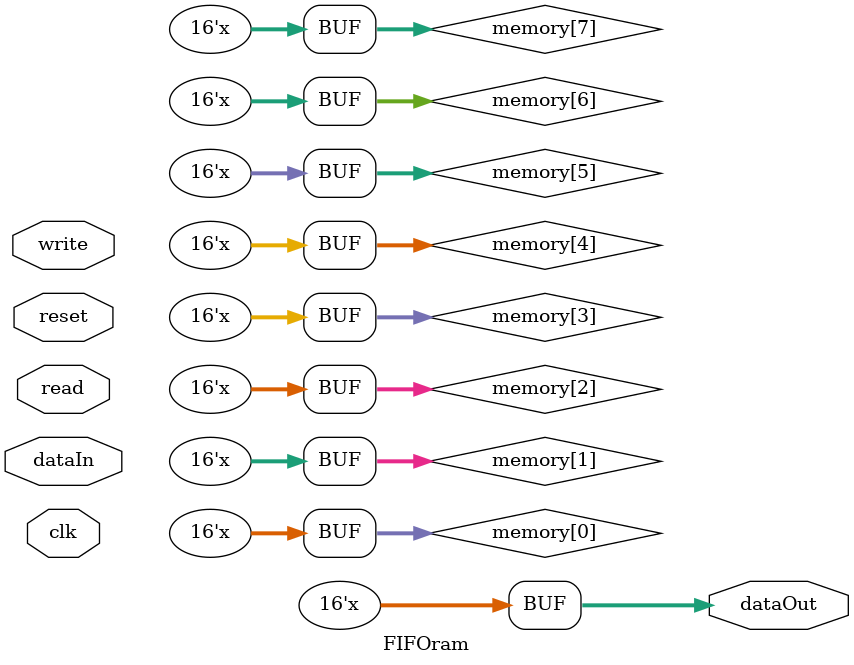
<source format=v>
module FIFOram (dataOut, reset, write, read, dataIn, clk);
	input 	reset, write, read, clk;
	input 	[15:0] dataIn;
	output 	[15:0] dataOut;
	reg 	[15:0] dataOut;
	reg 	empty = 1;
	reg		full  = 0;
	reg 	[15:0]memory[0:7];
	// T0 -> 00   T1 -> 01  T2 -> 10
	reg [1:0] state, nextState;
	reg [2:0] wrIndx, rdIndx;
	
	always @(posedge clk) 
		state <= nextState;

	always @ (*)
	begin
		case (state)
			2'b00: begin
					if (reset == 1'b1) nextState = 2'b01;
					else if (write == 1'b0) 
						begin
							if (read == 1'b0) nextState = 2'b00;
							else if (empty == 1'b1) nextState = 2'b00;
							else 
								begin
									dataOut   = memory[rdIndx];
									rdIndx    = rdIndx + 1;
									nextState = 2'b11;
								end
							
						end
					else
						begin
							if (full == 1'b1) nextState = 2'b00;
							else
								begin
									memory[wrIndx] = dataIn;
									wrIndx         = wrIndx + 1;
									nextState = 2'b10;
								end
						end
				   end
			2'b01: begin
					empty  = 1'b1;
					full   = 1'b0;
					wrIndx = 1'b0;
					rdIndx = 1'b0;
					nextState = 2'b00;
				   end
			2'b10: begin
					empty = 1'b0;
					if (wrIndx == rdIndx)
						begin
							full = 1'b1;
							nextState = 2'b00;
						end
					else
						begin
							nextState = 2'b00;
						end
				   end
			2'b11: begin
					full = 1'b0;
					if (wrIndx == rdIndx)
						begin
							empty = 1'b1;
							nextState = 2'b00;
						end
					else
						begin
							nextState = 2'b00;
						end
				   end
			default: nextState = 2'b00;
		endcase
	end	
endmodule

</source>
